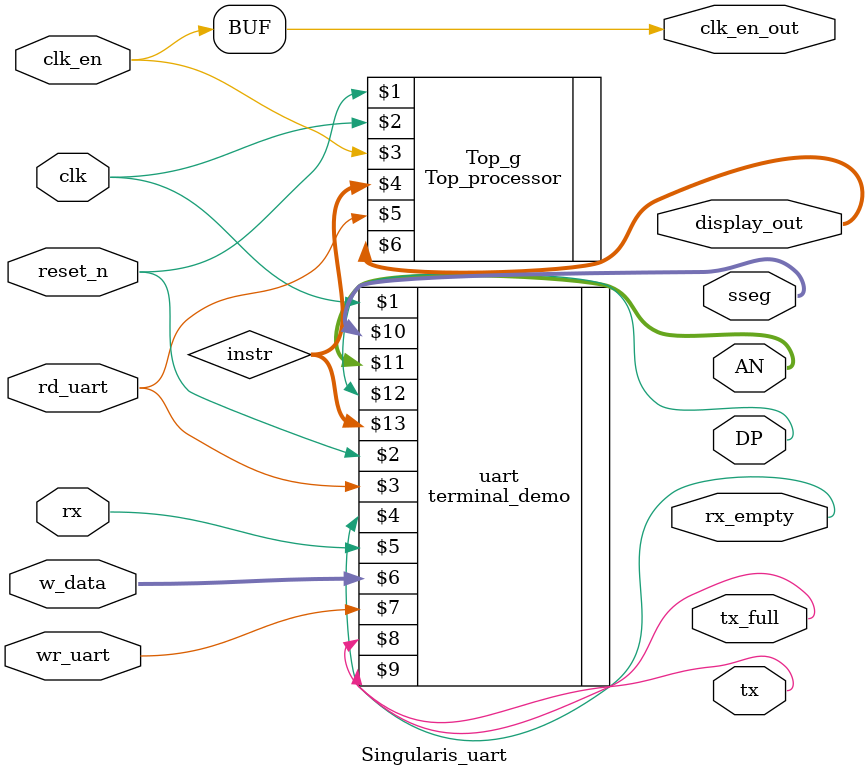
<source format=v>
`timescale 1ns / 1ps


module Singularis_uart(
    input clk, clk_en, reset_n,
    input rd_uart,
    input rx,           

    input [7:0] w_data, 
    input wr_uart, 
    
    output tx_full,
    output rx_empty,    
    output tx,

    output [6:0] sseg,
    output [0:7] AN,
    output DP,
    output [15:0] display_out,
    output clk_en_out
    );
    assign clk_en_out = clk_en;
    wire [7:0] instr;
    Top_processor Top_g(reset_n, clk, clk_en, instr, rd_uart, display_out);
    terminal_demo uart(clk, reset_n, rd_uart, rx_empty, rx, w_data, wr_uart ,tx_full ,tx ,sseg ,AN ,DP ,instr);
    
endmodule

</source>
